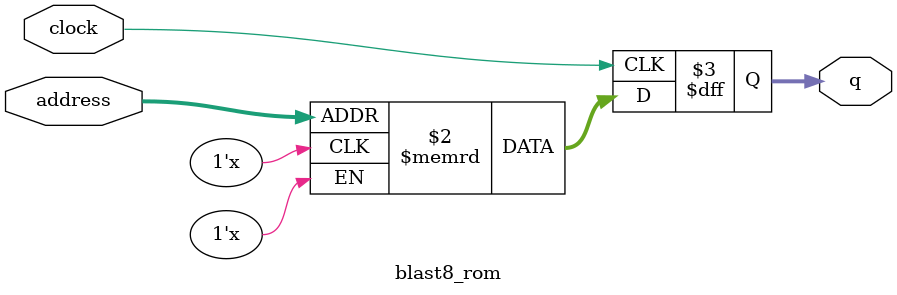
<source format=sv>
module blast8_rom (
	input logic clock,
	input logic [10:0] address,
	output logic [3:0] q
);

logic [3:0] memory [0:1295] /* synthesis ram_init_file = "./blast8/blast8.mif" */;

always_ff @ (posedge clock) begin
	q <= memory[address];
end

endmodule

</source>
